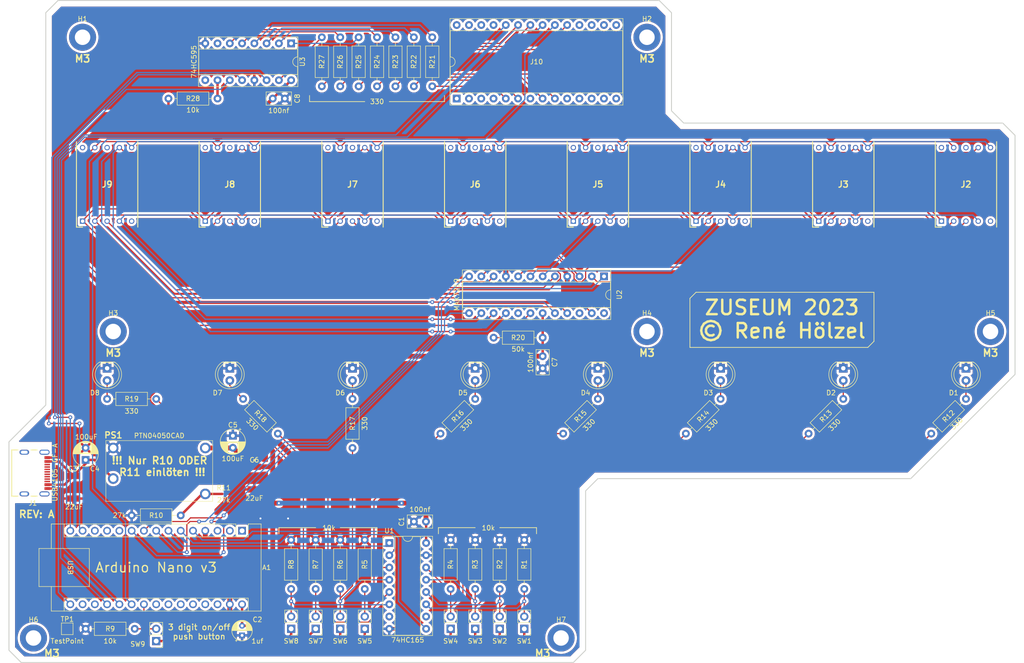
<source format=kicad_pcb>
(kicad_pcb (version 20221018) (generator pcbnew)
  (title_block (title "8bit zu Byte Zähler") (date "2023-09-17") (rev "1.0") (comment 4 "AISLER Project ID: BGHDCYBA"))
  (layers (0 "F.Cu" signal) (31 "B.Cu" signal) (34 "B.Paste" user) (35 "F.Paste" user) (36 "B.SilkS" user "B.Silkscreen") (37 "F.SilkS" user "F.Silkscreen") (38 "B.Mask" user) (39 "F.Mask" user) (44 "Edge.Cuts" user))
  (net 0 "")
  (net 4 "GNDREF")
  (net 5 "Net-(A1-D2)")
  (net 6 "Net-(A1-D3)")
  (net 7 "Net-(A1-D4)")
  (net 8 "Net-(A1-D5)")
  (net 9 "Net-(A1-D6)")
  (net 10 "Net-(A1-D7)")
  (net 11 "Net-(A1-D11)")
  (net 12 "Net-(A1-D12)")
  (net 13 "Net-(A1-D13)")
  (net 16 "Net-(A1-A3)")
  (net 21 "+5V")
  (net 24 "Net-(D1-A)")
  (net 25 "Net-(D2-A)")
  (net 26 "Net-(D3-A)")
  (net 27 "Net-(D4-A)")
  (net 28 "Net-(D5-A)")
  (net 29 "Net-(D6-A)")
  (net 30 "Net-(D7-A)")
  (net 31 "Net-(D8-A)")
  (net 32 "+6V")
  (net 33 "Net-(U1-D0)")
  (net 34 "Net-(U1-D1)")
  (net 35 "Net-(U1-D2)")
  (net 36 "Net-(U1-D3)")
  (net 37 "Net-(U1-D4)")
  (net 38 "Net-(U1-D5)")
  (net 39 "Net-(U1-D6)")
  (net 40 "Net-(U1-D7)")
  (net 41 "Net-(U2-ISET)")
  (net 44 "Net-(U2-DIG_0)")
  (net 45 "Net-(U2-DIG_4)")
  (net 46 "Net-(U2-DIG_6)")
  (net 47 "Net-(U2-DIG_2)")
  (net 48 "Net-(U2-DIG_3)")
  (net 49 "Net-(U2-DIG_7)")
  (net 50 "Net-(U2-DIG_5)")
  (net 51 "Net-(U2-DIG_1)")
  (net 54 "Net-(U2-SEG_E)")
  (net 55 "Net-(U2-SEG_D)")
  (net 56 "Net-(U2-SEG_C)")
  (net 58 "Net-(U2-SEG_B)")
  (net 59 "Net-(U2-SEG_A)")
  (net 61 "Net-(U2-SEG_F)")
  (net 85 "Net-(A1-A0)")
  (net 86 "Net-(A1-A1)")
  (net 87 "Net-(A1-A2)")
  (net 96 "Net-(U3-QE)")
  (net 98 "Net-(U3-QD)")
  (net 99 "Net-(U3-QC)")
  (net 115 "Net-(J10-Pad5)")
  (net 116 "Net-(J10-Pad6)")
  (net 118 "Net-(J10-Pad8)")
  (net 119 "Net-(J10-Pad9)")
  (net 128 "Net-(J10-Pad19)")
  (net 129 "Net-(J10-Pad22)")
  (net 130 "Net-(J10-Pad23)")
  (net 135 "Net-(U3-QG)")
  (net 136 "Net-(U3-QB)")
  (net 137 "Net-(U3-QF)")
  (net 138 "Net-(U3-QA)")
  (net 139 "Net-(U3-~{SRCLR})")
  (footprint "Resistor_THT:R_Axial_DIN0207_L6.3mm_D2.5mm_P10.16mm_Horizontal" (layer "F.Cu") (at 78.74 129.54 180)
    (fp_text reference "R10")
    (fp_text value "27k")
  )
  (footprint "MountingHole:MountingHole_3.2mm_M3_DIN965_Pad" (layer "F.Cu") (at 58.42 30.48)
    (fp_text reference "H1")
    (fp_text value "MountingHole_Pad")
  )
  (footprint "Resistor_THT:R_Axial_DIN0207_L6.3mm_D2.5mm_P10.16mm_Horizontal" (layer "F.Cu") (at 76.2 43.18)
    (fp_text reference "R28")
    (fp_text value "10k")
  )
  (footprint "LED_THT:LED_D5.0mm" (layer "F.Cu") (at 63.5 99.06 -90)
    (fp_text reference "D8")
    (fp_text value "LED")
  )
  (footprint "Connector_PinHeader_2.54mm:PinHeader_1x02_P2.54mm_Vertical" (layer "F.Cu") (at 101.6 153.035 180)
    (fp_text reference "SW8")
    (fp_text value "SW_Push")
  )
  (footprint "Capacitor_THT:CP_Radial_D5.0mm_P2.50mm" (layer "F.Cu") (at 89.535 113.03 -90)
    (fp_text reference "C5")
    (fp_text value "100uF")
  )
  (footprint "Resistor_THT:R_Axial_DIN0207_L6.3mm_D2.5mm_P10.16mm_Horizontal" (layer "F.Cu") (at 123.19 40.64 90)
    (fp_text reference "R23")
    (fp_text value "330" hide)
  )
  (footprint "Resistor_THT:R_Axial_DIN0207_L6.3mm_D2.5mm_P10.16mm_Horizontal" (layer "F.Cu") (at 119.38 40.64 90)
    (fp_text reference "R24")
    (fp_text value "330" hide)
  )
  (footprint "MountingHole:MountingHole_3.2mm_M3_DIN965_Pad" (layer "F.Cu") (at 48.26 154.94)
    (fp_text reference "H6")
    (fp_text value "MountingHole_Pad")
  )
  (footprint "Capacitor_THT:CP_Radial_D5.0mm_P2.50mm" (layer "F.Cu") (at 59.055 118.045113 90)
    (fp_text reference "C4")
    (fp_text value "100uF")
  )
  (footprint "Capacitor_THT:C_Disc_D5.0mm_W2.5mm_P2.50mm" (layer "F.Cu") (at 153.67 96.56 -90)
    (fp_text reference "C7")
    (fp_text value "100nf")
  )
  (footprint "Connector_PinHeader_2.54mm:PinHeader_1x02_P2.54mm_Vertical" (layer "F.Cu") (at 134.62 153.035 180)
    (fp_text reference "SW4")
    (fp_text value "SW_Push")
  )
  (footprint "LED_THT:LED_D5.0mm" (layer "F.Cu") (at 215.9 99.06 -90)
    (fp_text reference "D2")
    (fp_text value "LED")
  )
  (footprint "Resistor_THT:R_Axial_DIN0207_L6.3mm_D2.5mm_P10.16mm_Horizontal" (layer "F.Cu") (at 130.81 40.64 90)
    (fp_text reference "R21")
    (fp_text value "330" hide)
  )
  (footprint "Resistor_THT:R_Axial_DIN0207_L6.3mm_D2.5mm_P10.16mm_Horizontal" (layer "F.Cu") (at 241.3 105.41 -135)
    (fp_text reference "R12")
    (fp_text value "330")
  )
  (footprint "Capacitor_THT:C_Disc_D5.0mm_W2.5mm_P2.50mm" (layer "F.Cu") (at 129.51 130.82 180)
    (fp_text reference "C1")
    (fp_text value "100nf")
  )
  (footprint "SamacSys:DIPS1524W50P254L1270H370Q10N" (layer "F.Cu") (at 160.02 68.58 90)
    (fp_text reference "J5")
    (fp_text value "110-87-610-41-001101" hide)
  )
  (footprint "MountingHole:MountingHole_3.2mm_M3_DIN965_Pad" (layer "F.Cu") (at 175.26 91.44)
    (fp_text reference "H4")
    (fp_text value "MountingHole_Pad")
  )
  (footprint "Resistor_THT:R_Axial_DIN0207_L6.3mm_D2.5mm_P10.16mm_Horizontal" (layer "F.Cu") (at 134.62 134.62 -90)
    (fp_text reference "R4")
    (fp_text value "10k")
  )
  (footprint "MountingHole:MountingHole_3.2mm_M3_DIN965_Pad" (layer "F.Cu") (at 157.48 154.94)
    (fp_text reference "H7")
    (fp_text value "MountingHole_Pad")
  )
  (footprint "LED_THT:LED_D5.0mm" (layer "F.Cu") (at 114.3 99.06 -90)
    (fp_text reference "D6")
    (fp_text value "LED")
  )
  (footprint "SamacSys:DIPS1524W50P254L1270H370Q10N" (layer "F.Cu") (at 210.82 68.58 90)
    (fp_text reference "J3")
    (fp_text value "110-87-610-41-001101" hide)
  )
  (footprint "Connector_PinHeader_2.54mm:PinHeader_1x02_P2.54mm_Vertical" (layer "F.Cu") (at 73.66 155.575 180)
    (fp_text reference "SW9")
    (fp_text value "SW_Push" hide)
  )
  (footprint "SamacSys:DIPS1524W50P254L1270H370Q10N" (layer "F.Cu") (at 236.22 68.58 90)
    (fp_text reference "J2")
    (fp_text value "110-87-610-41-001101" hide)
  )
  (footprint "Package_DIP:DIP-28_W15.24mm_Socket" (layer "F.Cu") (at 135.875 43.185 90)
    (fp_text reference "J10")
    (fp_text value "110-87-628-41-001101")
  )
  (footprint "LED_THT:LED_D5.0mm" (layer "F.Cu") (at 241.3 99.06 -90)
    (fp_text reference "D1")
    (fp_text value "LED")
  )
  (footprint "SamacSys:DIPS1524W50P254L1270H370Q10N" (layer "F.Cu") (at 134.62 68.58 90)
    (fp_text reference "J6")
    (fp_text value "110-87-610-41-001101" hide)
  )
  (footprint "Package_DIP:DIP-16_W7.62mm_Socket" (layer "F.Cu") (at 121.92 135.255)
    (fp_text reference "U1")
    (fp_text value "74HC165")
  )
  (footprint "LED_THT:LED_D5.0mm" (layer "F.Cu") (at 139.7 99.06 -90)
    (fp_text reference "D5")
    (fp_text value "LED")
  )
  (footprint "Resistor_THT:R_Axial_DIN0207_L6.3mm_D2.5mm_P10.16mm_Horizontal" (layer "F.Cu") (at 101.6 134.62 -90)
    (fp_text reference "R8")
    (fp_text value "10k")
  )
  (footprint "Resistor_THT:R_Axial_DIN0207_L6.3mm_D2.5mm_P10.16mm_Horizontal" (layer "F.Cu") (at 107.95 40.64 90)
    (fp_text reference "R27")
    (fp_text value "330" hide)
  )
  (footprint "Resistor_THT:R_Axial_DIN0207_L6.3mm_D2.5mm_P10.16mm_Horizontal" (layer "F.Cu") (at 111.76 40.64 90)
    (fp_text reference "R26")
    (fp_text value "330" hide)
  )
  (footprint "TestPoint:TestPoint_Pad_2.0x2.0mm" (layer "F.Cu") (at 55.245 153.035)
    (fp_text reference "TP1")
    (fp_text value "TestPoint")
  )
  (footprint "Resistor_THT:R_Axial_DIN0207_L6.3mm_D2.5mm_P10.16mm_Horizontal" (layer "F.Cu") (at 165.1 105.41 -135)
    (fp_text reference "R15")
    (fp_text value "330")
  )
  (footprint "SamacSys:DIPS1524W50P254L1270H370Q10N" (layer "F.Cu") (at 185.42 68.58 90)
    (fp_text reference "J4")
    (fp_text value "110-87-610-41-001101" hide)
  )
  (footprint "Connector_PinHeader_2.54mm:PinHeader_1x02_P2.54mm_Vertical" (layer "F.Cu") (at 139.7 153.035 180)
    (fp_text reference "SW3")
    (fp_text value "SW_Push")
  )
  (footprint "Resistor_THT:R_Axial_DIN0207_L6.3mm_D2.5mm_P10.16mm_Horizontal" (layer "F.Cu") (at 91.657898 105.41 -45)
    (fp_text reference "R18")
    (fp_text value "330")
  )
  (footprint "SamacSys:PTN04050CAH" (layer "F.Cu") (at 64.765 115.57)
    (fp_text reference "PS1")
    (fp_text value "PTN04050CAD" hide)
  )
  (footprint "LED_THT:LED_D5.0mm" (layer "F.Cu") (at 88.9 99.06 -90)
    (fp_text reference "D7")
    (fp_text value "LED")
  )
  (footprint "Resistor_THT:R_Axial_DIN0207_L6.3mm_D2.5mm_P10.16mm_Horizontal" (layer "F.Cu") (at 139.7 134.62 -90)
    (fp_text reference "R3")
    (fp_text value "10k")
  )
  (footprint "Package_DIP:DIP-16_W7.62mm_Socket" (layer "F.Cu") (at 101.6 31.75 -90)
    (fp_text reference "U3")
    (fp_text value "74HC595")
  )
  (footprint "Connector_PinHeader_2.54mm:PinHeader_1x02_P2.54mm_Vertical" (layer "F.Cu") (at 116.84 153.035 180)
    (fp_text reference "SW5")
    (fp_text value "SW_Push")
  )
  (footprint "SamacSys:DIPS1524W50P254L1270H370Q10N" (layer "F.Cu") (at 83.82 68.58 90)
    (fp_text reference "J8")
    (fp_text value "110-87-610-41-001101" hide)
  )
  (footprint "Resistor_SMD:R_0201_0603Metric" (layer "F.Cu") (at 87.63 125.095)
    (fp_text reference "R11")
    (fp_text value "27k")
  )
  (footprint "SamacSys:C4532_Commercial" (layer "F.Cu") (at 56.515 123.698 90)
    (fp_text reference "C3")
    (fp_text value "22uF")
  )
  (footprint "Connector_PinHeader_2.54mm:PinHeader_1x02_P2.54mm_Vertical" (layer "F.Cu") (at 149.86 153.035 180)
    (fp_text reference "SW1")
    (fp_text value "SW_Push")
  )
  (footprint "Capacitor_THT:C_Disc_D5.0mm_W2.5mm_P2.50mm" (layer "F.Cu") (at 97.79 43.18)
    (fp_text reference "C8")
    (fp_text value "100nf")
  )
  (footprint "SamacSys:C4532_Commercial" (layer "F.Cu") (at 93.98 121.812 -90)
    (fp_text reference "C6")
    (fp_text value "22uF")
  )
  (footprint "SamacSys:DIPS1524W50P254L1270H370Q10N" (layer "F.Cu") (at 58.42 68.58 90)
    (fp_text reference "J9")
    (fp_text value "110-87-610-41-001101" hide)
  )
  (footprint "LED_THT:LED_D5.0mm" (layer "F.Cu") (at 165.1 99.06 -90)
    (fp_text reference "D4")
    (fp_text value "LED")
  )
  (footprint "MountingHole:MountingHole_3.2mm_M3_DIN965_Pad" (layer "F.Cu") (at 64.77 91.44)
    (fp_text reference "H3")
    (fp_text value "MountingHole_Pad")
  )
  (footprint "Resistor_THT:R_Axial_DIN0207_L6.3mm_D2.5mm_P10.16mm_Horizontal" (layer "F.Cu") (at 111.76 134.62 -90)
    (fp_text reference "R6")
    (fp_text value "10k")
  )
  (footprint "Module:Arduino_Nano" (layer "F.Cu") (at 91.44 132.715 -90)
    (fp_text reference "A1")
    (fp_text value "Arduino Nano v3")
  )
  (footprint "Resistor_THT:R_Axial_DIN0207_L6.3mm_D2.5mm_P10.16mm_Horizontal" (layer "F.Cu") (at 144.78 134.62 -90)
    (fp_text reference "R2")
    (fp_text value "10k")
  )
  (footprint "Resistor_THT:R_Axial_DIN0207_L6.3mm_D2.5mm_P10.16mm_Horizontal" (layer "F.Cu") (at 115.57 40.64 90)
    (fp_text reference "R25")
    (fp_text value "330" hide)
  )
  (footprint "Connector_PinHeader_2.54mm:PinHeader_1x02_P2.54mm_Vertical" (layer "F.Cu") (at 144.78 153.035 180)
    (fp_text reference "SW2")
    (fp_text value "SW_Push")
  )
  (footprint "Resistor_THT:R_Axial_DIN0207_L6.3mm_D2.5mm_P10.16mm_Horizontal" (layer "F.Cu") (at 59.055 153.035)
    (fp_text reference "R9")
    (fp_text value "10k")
  )
  (footprint "Resistor_THT:R_Axial_DIN0207_L6.3mm_D2.5mm_P10.16mm_Horizontal" (layer "F.Cu") (at 143.515 92.72)
    (fp_text reference "R20")
    (fp_text value "50k")
  )
  (footprint "Resistor_THT:R_Axial_DIN0207_L6.3mm_D2.5mm_P10.16mm_Horizontal" (layer "F.Cu") (at 190.5 105.41 -135)
    (fp_text reference "R14")
    (fp_text value "330")
  )
  (footprint "Capacitor_THT:CP_Radial_D4.0mm_P2.00mm" (layer "F.Cu") (at 91.44 154.4 90)
    (fp_text reference "C2")
    (fp_text value "1uf")
  )
  (footprint "Resistor_THT:R_Axial_DIN0207_L6.3mm_D2.5mm_P10.16mm_Horizontal" (layer "F.Cu") (at 106.68 134.62 -90)
    (fp_text reference "R7")
    (fp_text value "10k")
  )
  (footprint "Connector_PinHeader_2.54mm:PinHeader_1x02_P2.54mm_Vertical" (layer "F.Cu") (at 106.68 153.035 180)
    (fp_text reference "SW7")
    (fp_text value "SW_Push")
  )
  (footprint "Resistor_THT:R_Axial_DIN0207_L6.3mm_D2.5mm_P10.16mm_Horizontal" (layer "F.Cu") (at 63.5 105.41)
    (fp_text reference "R19")
    (fp_text value "330")
  )
  (footprint "Resistor_THT:R_Axial_DIN0207_L6.3mm_D2.5mm_P10.16mm_Horizontal" (layer "F.Cu") (at 215.9 105.41 -135)
    (fp_text reference "R13")
    (fp_text value "330")
  )
  (footprint "SamacSys:GCT_USB4105-GF-A" (layer "F.Cu") (at 46.355 120.7655 -90)
    (fp_text reference "J1")
    (fp_text value "USB4105-GF-A")
  )
  (footprint "Resistor_THT:R_Axial_DIN0207_L6.3mm_D2.5mm_P10.16mm_Horizontal" (layer "F.Cu") (at 114.3 105.41 -90)
    (fp_text reference "R17")
    (fp_text value "330")
  )
  (footprint "MountingHole:MountingHole_3.2mm_M3_DIN965_Pad" (layer "F.Cu") (at 175.26 30.48)
    (fp_text reference "H2")
    (fp_text value "MountingHole_Pad")
  )
  (footprint "Connector_PinHeader_2.54mm:PinHeader_1x02_P2.54mm_Vertical" (layer "F.Cu") (at 111.76 153.035 180)
    (fp_text reference "SW6")
    (fp_text value "SW_Push")
  )
  (footprint "Resistor_THT:R_Axial_DIN0207_L6.3mm_D2.5mm_P10.16mm_Horizontal" (layer "F.Cu") (at 149.86 134.62 -90)
    (fp_text reference "R1")
    (fp_text value "10k")
  )
  (footprint "Resistor_THT:R_Axial_DIN0207_L6.3mm_D2.5mm_P10.16mm_Horizontal" (layer "F.Cu") (at 116.84 134.62 -90)
    (fp_text reference "R5")
    (fp_text value "10k")
  )
  (footprint "MountingHole:MountingHole_3.2mm_M3_DIN965_Pad" (layer "F.Cu") (at 246.38 91.44)
    (fp_text reference "H5")
    (fp_text value "MountingHole_Pad")
  )
  (footprint "Package_DIP:DIP-24_W7.62mm_Socket" (layer "F.Cu") (at 166.375 80.02 -90)
    (fp_text reference "U2")
    (fp_text value "MAX7219")
  )
  (footprint "Resistor_THT:R_Axial_DIN0207_L6.3mm_D2.5mm_P10.16mm_Horizontal" (layer "F.Cu") (at 127 40.64 90)
    (fp_text reference "R22")
    (fp_text value "330" hide)
  )
  (footprint "LED_THT:LED_D5.0mm" (layer "F.Cu") (at 190.5 99.06 -90)
    (fp_text reference "D3")
    (fp_text value "LED")
  )
  (footprint "SamacSys:DIPS1524W50P254L1270H370Q10N" (layer "F.Cu") (at 109.22 68.58 90)
    (fp_text reference "J7")
    (fp_text value "110-87-610-41-001101" hide)
  )
  (footprint "Resistor_THT:R_Axial_DIN0207_L6.3mm_D2.5mm_P10.16mm_Horizontal" (layer "F.Cu") (at 139.7 105.41 -135)
    (fp_text reference "R16")
    (fp_text value "330")
  )
  (gr_line (start 121.92 43.815) (end 133.35 43.815) (stroke (width 0.15)) (layer "F.SilkS"))
  (gr_line (start 106.68 132.08) (end 99.06 132.08) (stroke (width 0.15)) (layer "F.SilkS"))
  (gr_line (start 139.7 132.08) (end 132.08 132.08) (stroke (width 0.15)) (layer "F.SilkS"))
  (gr_line (start 119.38 132.08) (end 111.76 132.08) (stroke (width 0.15)) (layer "F.SilkS"))
  (gr_line (start 152.4 133.35) (end 152.4 132.08) (stroke (width 0.15)) (layer "F.SilkS"))
  (gr_line (start 99.06 132.08) (end 99.06 133.35) (stroke (width 0.15)) (layer "F.SilkS"))
  (gr_line (start 119.38 133.35) (end 119.38 132.08) (stroke (width 0.15)) (layer "F.SilkS"))
  (gr_line locked (start 184.15 84.582) (end 185.42 83.312) (stroke (width 0.15)) (layer "F.SilkS"))
  (gr_line (start 105.41 43.815) (end 105.41 42.545) (stroke (width 0.15)) (layer "F.SilkS"))
  (gr_line locked (start 220.98 94.742) (end 184.15 94.742) (stroke (width 0.15)) (layer "F.SilkS"))
  (gr_line (start 132.08 132.08) (end 132.08 133.35) (stroke (width 0.15)) (layer "F.SilkS"))
  (gr_line locked (start 222.25 83.312) (end 222.25 93.472) (stroke (width 0.15)) (layer "F.SilkS"))
  (gr_line (start 133.35 43.815) (end 133.35 42.545) (stroke (width 0.15)) (layer "F.SilkS"))
  (gr_line locked (start 222.25 93.472) (end 220.98 94.742) (stroke (width 0.15)) (layer "F.SilkS"))
  (gr_line locked (start 185.42 83.312) (end 222.25 83.312) (stroke (width 0.15)) (layer "F.SilkS"))
  (gr_line (start 116.84 43.815) (end 105.41 43.815) (stroke (width 0.15)) (layer "F.SilkS"))
  (gr_line locked (start 184.15 94.742) (end 184.15 84.582) (stroke (width 0.15)) (layer "F.SilkS"))
  (gr_line (start 144.78 132.08) (end 152.4 132.08) (stroke (width 0.15)) (layer "F.SilkS"))
  (gr_poly (pts (xy 160.02 160.02) (xy 45.72 160.02) (xy 43.18 157.48) (xy 43.18 114.3) (xy 50.8 106.68) (xy 50.8 25.4) (xy 53.34 22.86) (xy 177.8 22.86) (xy 180.34 25.4) (xy 180.34 45.72) (xy 182.88 48.26) (xy 248.92 48.26) (xy 251.46 50.8) (xy 251.46 100.33) (xy 229.87 121.92) (xy 165.1 121.92) (xy 162.56 124.46) (xy 162.56 157.48)) (stroke (width 0.2)) (fill none) (layer "Edge.Cuts"))
  (gr_text "M3" (at 175.26 34.925) (layer "F.SilkS") (effects (font (size 1.5 1.5) (thickness 0.3) bold)))
  (gr_text "M3" (at 58.42 34.925) (layer "F.SilkS") (effects (font (size 1.5 1.5) (thickness 0.3) bold)))
  (gr_text "330" (at 119.38 43.815) (layer "F.SilkS") (effects (font (size 1 1))))
  (gr_text "M3" (at 153.67 158.115) (layer "F.SilkS") (effects (font (size 1.5 1.5) (thickness 0.3) bold)))
  (gr_text "10k" (at 140.97 132.715) (layer "F.SilkS") (effects (font (size 1 1)) (justify left bottom)))
  (gr_text "!!! Nur R10 ODER \nR11 einlöten !!!" (at 74.93 119.38) (layer "F.SilkS") (effects (font (size 1.5 1.5) (thickness 0.3) bold)))
  (gr_text "10k" (at 107.95 132.715) (layer "F.SilkS") (effects (font (size 1 1)) (justify left bottom)))
  (gr_text locked "ZUSEUM 2023\n© René Hölzel" (at 203.2 88.9) (layer "F.SilkS") (effects (font (size 3 3) (thickness 0.5))))
  (gr_text "3 digit on/off\npush button" (at 82.55 153.67) (layer "F.SilkS") (effects (font (size 1.2 1.2) (thickness 0.2) bold)))
  (gr_text "M3" (at 64.77 95.885) (layer "F.SilkS") (effects (font (size 1.5 1.5) (thickness 0.3) bold)))
  (gr_text "M3" (at 52.07 158.115) (layer "F.SilkS") (effects (font (size 1.5 1.5) (thickness 0.3) bold)))
  (gr_text "REV: A" (at 45.085 130.175) (layer "F.SilkS") (effects (font (size 1.5 1.5) (thickness 0.3) bold) (justify left bottom)))
  (gr_text "PTN04050CAD" (at 74.295 113.03) (layer "F.SilkS") (effects (font (size 1 1))))
  (gr_text "M3" (at 175.26 95.885) (layer "F.SilkS") (effects (font (size 1.5 1.5) (thickness 0.3) bold)))
  (gr_text "M3" (at 246.38 95.885) (layer "F.SilkS") (effects (font (size 1.5 1.5) (thickness 0.3) bold)))
  (segment (start 88.9 147.955) (end 88.9 149.86) (width 1) (layer "F.Cu") (net 4))
  (segment (start 83.82 132.715) (end 83.82 134.62) (width 1) (layer "F.Cu") (net 4))
  (segment (start 121.92 153.035) (end 123.825 153.035) (width 0.75) (layer "F.Cu") (net 4))
  (segment (start 158.755 80.02) (end 158.755 81.91) (width 1) (layer "F.Cu") (net 4))
  (segment (start 88.9 147.955) (end 88.9 146.05) (width 1) (layer "F.Cu") (net 4))
  (segment (start 146.05 78.232) (end 146.055 78.227) (width 1) (layer "F.Cu") (net 4))
  (segment (start 51.11 123.9655) (end 53.975 123.9655) (width 0.5) (layer "F.Cu") (net 4))
  (segment (start 146.055 80.02) (end 146.055 78.237) (width 1) (layer "F.Cu") (net 4))
  (segment (start 93.98 39.37) (end 93.98 37.465) (width 0.5) (layer "F.Cu") (net 4))
  (segment (start 51.11 117.5655) (end 53.8845 117.5655) (width 0.5) (layer "F.Cu") (net 4))
  (segment (start 83.83 125.095) (end 83.825 125.09) (width 0.5) (layer "F.Cu") (net 4))
  (segment (start 93.98 39.37) (end 93.98 41.275) (width 0.5) (layer "F.Cu") (net 4))
  (segment (start 146.055 78.227) (end 146.055 78.11) (width 1) (layer "F.Cu") (net 4))
  (segment (start 78.74 129.54) (end 83.19 125.09) (width 0.5) (layer "F.Cu") (net 4))
  (segment (start 87.31 125.095) (end 83.83 125.095) (width 0.5) (layer "F.Cu") (net 4))
  (segment (start 158.755 79.507) (end 157.988 78.74) (width 0.75) (layer "F.Cu") (net 4))
  (segment (start 83.19 125.09) (end 83.825 125.09) (width 0.5) (layer "F.Cu") (net 4))
  (segment (start 146.055 78.237) (end 146.05 78.232) (width 1) (layer "F.Cu") (net 4))
  (via (at 95.25 130.175) (size 0.8) (drill 0.4) (layers "F.Cu" "B.Cu") (net 4))
  (via (at 100.965 130.175) (size 0.8) (drill 0.4) (layers "F.Cu" "B.Cu") (net 4))
  (segment (start 91.785 134.62) (end 83.185 134.62) (width 0.25) (layer "B.Cu") (net 5))
  (segment (start 93.545 132.86) (end 91.785 134.62) (width 0.25) (layer "B.Cu") (net 5))
  (segment (start 122.411396 132.86) (end 93.545 132.86) (width 0.25) (layer "B.Cu") (net 5))
  (segment (start 83.185 134.62) (end 81.28 132.715) (width 0.25) (layer "B.Cu") (net 5))
  (segment (start 123.825 147.319999) (end 123.825 134.273604) (width 0.25) (layer "B.Cu") (net 5))
  (segment (start 123.825 134.273604) (end 122.411396 132.86) (width 0.25) (layer "B.Cu") (net 5))
  (segment (start 129.54 153.035) (end 123.825 147.319999) (width 0.25) (layer "B.Cu") (net 5))
  (segment (start 99.374009 135.255) (end 101.134009 133.495) (width 0.25) (layer "B.Cu") (net 6))
  (segment (start 123.045 134.13) (end 123.045 136.67) (width 0.25) (layer "B.Cu") (net 6))
  (segment (start 81.28 135.255) (end 99.374009 135.255) (width 0.25) (layer "B.Cu") (net 6))
  (segment (start 78.74 132.715) (end 81.28 135.255) (width 0.25) (layer "B.Cu") (net 6))
  (segment (start 101.134009 133.495) (end 122.41 133.495) (width 0.25) (layer "B.Cu") (net 6))
  (segment (start 122.41 133.495) (end 123.045 134.13) (width 0.25) (layer "B.Cu") (net 6))
  (segment (start 123.045 136.67) (end 121.92 137.795) (width 0.25) (layer "B.Cu") (net 6))
  (segment (start 79.375 135.89) (end 76.2 132.715) (width 0.25) (layer "B.Cu") (net 7))
  (segment (start 121.285 135.89) (end 79.375 135.89) (width 0.25) (layer "B.Cu") (net 7))
  (segment (start 121.92 135.255) (end 121.285 135.89) (width 0.25) (layer "B.Cu") (net 7))
  (segment (start 80.01 131.445) (end 80.01 137.16) (width 0.25) (layer "F.Cu") (net 8))
  (segment (start 82.55 130.81) (end 80.645 130.81) (width 0.25) (layer "F.Cu") (net 8))
  (segment (start 80.645 130.81) (end 80.01 131.445) (width 0.25) (layer "F.Cu") (net 8))
  (via (at 82.55 130.81) (size 0.8) (drill 0.4) (layers "F.Cu" "B.Cu") (net 8))
  (via (at 80.01 137.16) (size 0.8) (drill 0.4) (layers "F.Cu" "B.Cu") (net 8))
  (segment (start 137.716149 80.02) (end 138.435 80.02) (width 0.25) (layer "B.Cu") (net 8))
  (segment (start 82.55 130.81) (end 83.82 130.81) (width 0.25) (layer "B.Cu") (net 8))
  (segment (start 83.82 130.81) (end 100.33 114.3) (width 0.25) (layer "B.Cu") (net 8))
  (segment (start 80.01 137.16) (end 78.105 137.16) (width 0.25) (layer "B.Cu") (net 8))
  (segment (start 78.105 137.16) (end 73.66 132.715) (width 0.25) (layer "B.Cu") (net 8))
  (segment (start 100.33 114.3) (end 109.22 114.3) (width 0.25) (layer "B.Cu") (net 8))
  (segment (start 132.08 85.656149) (end 137.716149 80.02) (width 0.25) (layer "B.Cu") (net 8))
  (segment (start 109.22 114.3) (end 132.08 91.44) (width 0.25) (layer "B.Cu") (net 8))
  (segment (start 132.08 91.44) (end 132.08 85.656149) (width 0.25) (layer "B.Cu") (net 8))
  (segment (start 73.025 130.81) (end 71.12 132.715) (width 0.25) (layer "F.Cu") (net 9))
  (segment (start 80.770604 130.048) (end 80.008604 130.81) (width 0.25) (layer "F.Cu") (net 9))
  (segment (start 87.63 129.54) (end 87.122 130.048) (width 0.25) (layer "F.Cu") (net 9))
  (segment (start 87.122 130.048) (end 80.770604 130.048) (width 0.25) (layer "F.Cu") (net 9))
  (segment (start 80.008604 130.81) (end 73.025 130.81) (width 0.25) (layer "F.Cu") (net 9))
  (via (at 87.63 129.54) (size 0.8) (drill 0.4) (layers "F.Cu" "B.Cu") (net 9))
  (segment (start 133.35 91.442792) (end 133.35 88.9) (width 0.25) (layer "B.Cu") (net 9))
  (segment (start 109.222792 115.57) (end 133.35 91.442792) (width 0.25) (layer "B.Cu") (net 9))
  (segment (start 133.35 88.9) (end 134.61 87.64) (width 0.25) (layer "B.Cu") (net 9))
  (segment (start 101.6 115.57) (end 109.222792 115.57) (width 0.25) (layer "B.Cu") (net 9))
  (segment (start 134.61 87.64) (end 138.435 87.64) (width 0.25) (layer "B.Cu") (net 9))
  (segment (start 87.63 129.54) (end 101.6 115.57) (width 0.25) (layer "B.Cu") (net 9))
  (segment (start 87.63 131.445) (end 87.63 137.16) (width 0.25) (layer "F.Cu") (net 10))
  (segment (start 86.995 130.81) (end 87.63 131.445) (width 0.25) (layer "F.Cu") (net 10))
  (segment (start 85.09 130.81) (end 86.995 130.81) (width 0.25) (layer "F.Cu") (net 10))
  (via (at 85.09 130.81) (size 0.8) (drill 0.4) (layers "F.Cu" "B.Cu") (net 10))
  (via (at 87.63 137.16) (size 0.8) (drill 0.4) (layers "F.Cu" "B.Cu") (net 10))
  (segment (start 109.221396 114.935) (end 132.715 91.441396) (width 0.25) (layer "B.Cu") (net 10))
  (segment (start 163.845 82.55) (end 166.375 80.02) (width 0.25) (layer "B.Cu") (net 10))
  (segment (start 85.09 130.81) (end 100.965 114.935) (width 0.25) (layer "B.Cu") (net 10))
  (segment (start 132.715 86.223695) (end 136.388695 82.55) (width 0.25) (layer "B.Cu") (net 10))
  (segment (start 132.715 91.441396) (end 132.715 86.223695) (width 0.25) (layer "B.Cu") (net 10))
  (segment (start 136.388695 82.55) (end 163.845 82.55) (width 0.25) (layer "B.Cu") (net 10))
  (segment (start 87.63 137.16) (end 86.905 137.885) (width 0.25) (layer "B.Cu") (net 10))
  (segment (start 86.905 137.885) (end 73.75 137.885) (width 0.25) (layer "B.Cu") (net 10))
  (segment (start 73.75 137.885) (end 68.58 132.715) (width 0.25) (layer "B.Cu") (net 10))
  (segment (start 100.965 114.935) (end 109.221396 114.935) (width 0.25) (layer "B.Cu") (net 10))
  (segment (start 51.435 110.49) (end 57.785 110.49) (width 0.25) (layer "F.Cu") (net 11))
  (via (at 51.435 110.49) (size 0.8) (drill 0.4) (layers "F.Cu" "B.Cu") (net 11))
  (via (at 57.785 110.49) (size 0.8) (drill 0.4) (layers "F.Cu" "B.Cu") (net 11))
  (segment (start 96.52 39.37) (end 94.945 37.795) (width 0.25) (layer "B.Cu") (net 11))
  (segment (start 52.07 55.37) (end 52.07 108.585) (width 0.25) (layer "B.Cu") (net 11))
  (segment (start 51.435 109.22) (end 51.435 110.49) (width 0.25) (layer "B.Cu") (net 11))
  (segment (start 57.785 110.49) (end 57.785 132.08) (width 0.25) (layer "B.Cu") (net 11))
  (segment (start 69.645 37.795) (end 52.07 55.37) (width 0.25) (layer "B.Cu") (net 11))
  (segment (start 94.945 37.795) (end 69.645 37.795) (width 0.25) (layer "B.Cu") (net 11))
  (segment (start 52.07 108.585) (end 51.435 109.22) (width 0.25) (layer "B.Cu") (net 11))
  (segment (start 57.785 132.08) (end 58.42 132.715) (width 0.25) (layer "B.Cu") (net 11))
  (segment (start 52.705 109.22) (end 55.88 109.22) (width 0.25) (layer "F.Cu") (net 12))
  (via (at 52.705 109.22) (size 0.8) (drill 0.4) (layers "F.Cu" "B.Cu") (net 12))
  (via (at 55.88 109.22) (size 0.8) (drill 0.4) (layers "F.Cu" "B.Cu") (net 12))
  (segment (start 69.892321 38.245) (end 52.705 55.432321) (width 0.25) (layer "B.Cu") (net 12))
  (segment (start 90.315 38.245) (end 69.892321 38.245) (width 0.25) (layer "B.Cu") (net 12))
  (segment (start 55.88 132.715) (end 55.88 109.22) (width 0.25) (layer "B.Cu") (net 12))
  (segment (start 52.705 55.432321) (end 52.705 109.22) (width 0.25) (layer "B.Cu") (net 12))
  (segment (start 91.44 39.37) (end 90.315 38.245) (width 0.25) (layer "B.Cu") (net 12))
  (segment (start 53.155 55.618717) (end 67.498717 41.275) (width 0.25) (layer "B.Cu") (net 13))
  (segment (start 53.43 145.505) (end 53.43 108.919695) (width 0.25) (layer "B.Cu") (net 13))
  (segment (start 67.498717 41.275) (end 86.995 41.275) (width 0.25) (layer "B.Cu") (net 13))
  (segment (start 53.43 108.919695) (end 53.155 108.644695) (width 0.25) (layer "B.Cu") (net 13))
  (segment (start 55.88 147.955) (end 53.43 145.505) (width 0.25) (layer "B.Cu") (net 13))
  (segment (start 53.155 108.644695) (end 53.155 55.618717) (width 0.25) (layer "B.Cu") (net 13))
  (segment (start 86.995 41.275) (end 88.9 39.37) (width 0.25) (layer "B.Cu") (net 13))
  (segment (start 72.39 153.035) (end 71.12 151.765) (width 0.25) (layer "F.Cu") (net 16))
  (segment (start 73.66 153.035) (end 69.215 153.035) (width 0.25) (layer "F.Cu") (net 16))
  (segment (start 71.12 151.765) (end 71.12 147.955) (width 0.25) (layer "F.Cu") (net 16))
  (segment (start 56.515 121.348) (end 59.055 118.808) (width 0.5) (layer "F.Cu") (net 21))
  (segment (start 59.055 118.045113) (end 60.900113 118.045113) (width 0.5) (layer "F.Cu") (net 21))
  (segment (start 59.055 118.808) (end 59.055 118.045113) (width 0.5) (layer "F.Cu") (net 21))
  (segment (start 53.5325 118.3655) (end 56.515 121.348) (width 0.5) (layer "F.Cu") (net 21))
  (segment (start 51.11 123.1655) (end 54.6975 123.1655) (width 0.5) (layer "F.Cu") (net 21))
  (segment (start 64.755 121.9) (end 64.765 121.91) (width 0.75) (layer "F.Cu") (net 21))
  (segment (start 51.11 118.3655) (end 53.5325 118.3655) (width 0.5) (layer "F.Cu") (net 21))
  (segment (start 54.6975 123.1655) (end 56.515 121.348) (width 0.5) (layer "F.Cu") (net 21))
  (segment (start 60.900113 118.045113) (end 64.765 121.91) (width 0.5) (layer "F.Cu") (net 21))
  (segment (start 241.3 101.6) (end 241.3 105.41) (width 0.25) (layer "F.Cu") (net 24))
  (segment (start 215.9 101.6) (end 215.9 105.41) (width 0.25) (layer "F.Cu") (net 25))
  (segment (start 190.5 101.6) (end 190.5 105.41) (width 0.25) (layer "F.Cu") (net 26))
  (segment (start 165.1 101.6) (end 165.1 105.41) (width 0.25) (layer "F.Cu") (net 27))
  (segment (start 139.7 101.6) (end 139.7 105.41) (width 0.25) (layer "F.Cu") (net 28))
  (segment (start 114.3 101.6) (end 114.3 105.41) (width 0.25) (layer "F.Cu") (net 29))
  (segment (start 88.9 102.652102) (end 91.657898 105.41) (width 0.25) (layer "F.Cu") (net 30))
  (segment (start 88.9 101.6) (end 88.9 102.652102) (width 0.25) (layer "F.Cu") (net 30))
  (segment (start 63.5 101.6) (end 63.5 105.41) (width 0.25) (layer "F.Cu") (net 31))
  (segment (start 111.76 154.94) (end 109.855 156.845) (width 0.5) (layer "F.Cu") (net 32))
  (segment (start 90.191 108.585) (end 74.713679 108.585) (width 1) (layer "F.Cu") (net 32))
  (segment (start 134.62 153.035) (end 134.62 154.94) (width 0.5) (layer "F.Cu") (net 32))
  (segment (start 139.7 154.94) (end 137.795 156.845) (width 0.5) (layer "F.Cu") (net 32))
  (segment (start 95.25 113.665) (end 92.731 111.146) (width 1) (layer "F.Cu") (net 32))
  (segment (start 100.6475 156.5375) (end 100.6475 156.5275) (width 0.25) (layer "F.Cu") (net 32))
  (segment (start 76.2 46.355) (end 76.2 43.18) (width 0.5) (layer "F.Cu") (net 32))
  (segment (start 93.467 119.462) (end 93.98 119.462) (width 0.25) (layer "F.Cu") (net 32))
  (segment (start 153.675 92.72) (end 153.675 87.64) (width 0.5) (layer "F.Cu") (net 32))
  (segment (start 76.835 156.845) (end 75.565 155.575) (width 0.5) (layer "F.Cu") (net 32))
  (segment (start 56.47 52.75) (end 62.865 46.355) (width 0.75) (layer "F.Cu") (net 32))
  (segment (start 129.51 128.24) (end 129.51 130.82) (width 1) (layer "F.Cu") (net 32))
  (segment (start 72.16 104.788679) (end 80.38868 96.56) (width 1) (layer "F.Cu") (net 32))
  (segment (start 94.615 46.355) (end 97.79 43.18) (width 0.75) (layer "F.Cu") (net 32))
  (segment (start 100.6475 156.5275) (end 99.3775 155.2575) (width 1) (layer "F.Cu") (net 32))
  (segment (start 100.6475 155.2575) (end 99.3775 155.2575) (width 0.5) (layer "F.Cu") (net 32))
  (segment (start 92.731 111.125) (end 90.191 108.585) (width 1) (layer "F.Cu") (net 32))
  (segment (start 100.96 156.85) (end 100.6475 156.5375) (width 0.25) (layer "F.Cu") (net 32))
  (segment (start 91.44 147.955) (end 91.44 152.4) (width 0.5) (layer "F.Cu") (net 32))
  (segment (start 97.79 43.18) (end 101.6 39.37) (width 0.5) (layer "F.Cu") (net 32))
  (segment (start 75.565 155.575) (end 73.66 155.575) (width 0.5) (layer "F.Cu") (net 32))
  (segment (start 83.825 115.57) (end 89.495 115.57) (width 1) (layer "F.Cu") (net 32))
  (segment (start 97.79 116.205) (end 97.79 119.38) (width 1) (layer "F.Cu") (net 32))
  (segment (start 89.495 115.57) (end 89.535 115.53) (width 0.25) (layer "F.Cu") (net 32))
  (segment (start 80.38868 96.56) (end 153.67 96.56) (width 1) (layer "F.Cu") (net 32))
  (segment (start 111.76 153.035) (end 111.76 154.94) (width 0.5) (layer "F.Cu") (net 32))
  (segment (start 149.86 153.035) (end 149.86 154.94) (width 0.5) (layer "F.Cu") (net 32))
  (segment (start 128.27 127) (end 129.51 128.24) (width 1) (layer "F.Cu") (net 32))
  (segment (start 89.535 115.53) (end 93.467 119.462) (width 1) (layer "F.Cu") (net 32))
  (segment (start 129.54 130.85) (end 129.51 130.82) (width 0.25) (layer "F.Cu") (net 32))
  (segment (start 97.79 127) (end 97.79 152.4) (width 1) (layer "F.Cu") (net 32))
  (segment (start 129.54 135.255) (end 129.54 130.85) (width 0.5) (layer "F.Cu") (net 32))
  (segment (start 101.6 153.035) (end 101.6 154.305) (width 0.5) (layer "F.Cu") (net 32))
  (segment (start 78.31434 97.99934) (end 56.47 76.155) (width 0.75) (layer "F.Cu") (net 32))
  (segment (start 62.865 46.355) (end 76.2 46.355) (width 0.75) (layer "F.Cu") (net 32))
  (segment (start 101.6 154.305) (end 100.6475 155.2575) (width 0.5) (layer "F.Cu") (net 32))
  (segment (start 153.67 96.56) (end 153.67 92.725) (width 0.5) (layer "F.Cu") (net 32))
  (segment (start 116.84 154.94) (end 114.935 156.845) (width 0.5) (layer "F.Cu") (net 32))
  (segment (start 124.46 127) (end 128.27 127) (width 1) (layer "F.Cu") (net 32))
  (segment (start 74.713679 108.585) (end 72.16 106.031321) (width 1) (layer "F.Cu") (net 32))
  (segment (start 139.7 153.035) (end 139.7 154.94) (width 0.5) (layer "F.Cu") (net 32))
  (segment (start 144.78 154.94) (end 142.875 156.845) (width 0.5) (layer "F.Cu") (net 32))
  (segment (start 100.965 156.845) (end 100.6475 156.5275) (width 1) (layer "F.Cu") (net 32))
  (segment (start 97.79 127) (end 99.06 127) (width 1) (layer "F.Cu") (net 32))
  (segment (start 56.47 76.155) (end 56.47 52.75) (width 0.75) (layer "F.Cu") (net 32))
  (segment (start 93.98 119.462) (end 97.708 119.462) (width 1) (layer "F.Cu") (net 32))
  (segment (start 116.84 153.035) (end 116.84 154.94) (width 0.5) (layer "F.Cu") (net 32))
  (segment (start 72.16 106.031321) (end 72.16 104.788679) (width 1) (layer "F.Cu") (net 32))
  (segment (start 134.62 154.94) (end 132.715 156.845) (width 0.5) (layer "F.Cu") (net 32))
  (segment (start 99.3775 155.2575) (end 97.79 153.67) (width 1) (layer "F.Cu") (net 32))
  (segment (start 97.79 153.67) (end 97.79 152.4) (width 1) (layer "F.Cu") (net 32))
  (segment (start 92.731 111.146) (end 92.731 111.125) (width 1) (layer "F.Cu") (net 32))
  (segment (start 100.965 156.845) (end 76.835 156.845) (width 0.5) (layer "F.Cu") (net 32))
  (segment (start 97.79 119.38) (end 97.79 127) (width 1) (layer "F.Cu") (net 32))
  (segment (start 106.68 153.035) (end 102.87 156.845) (width 0.5) (layer "F.Cu") (net 32))
  (segment (start 95.25 113.665) (end 96.52 114.935) (width 1) (layer "F.Cu") (net 32))
  (segment (start 147.32 156.845) (end 100.965 156.845) (width 1) (layer "F.Cu") (net 32))
  (segment (start 153.67 92.725) (end 153.675 92.72) (width 0.25) (layer "F.Cu") (net 32))
  (segment (start 97.79 152.4) (end 91.44 152.4) (width 0.5) (layer "F.Cu") (net 32))
  (segment (start 96.52 114.935) (end 97.79 116.205) (width 1) (layer "F.Cu") (net 32))
  (segment (start 76.2 46.355) (end 94.615 46.355) (width 0.75) (layer "F.Cu") (net 32))
  (segment (start 147.955 156.845) (end 147.32 156.845) (width 0.5) (layer "F.Cu") (net 32))
  (segment (start 149.86 154.94) (end 147.955 156.845) (width 0.5) (layer "F.Cu") (net 32))
  (segment (start 144.78 153.035) (end 144.78 154.94) (width 0.5) (layer "F.Cu") (net 32))
  (via (at 99.06 127) (size 1) (drill 0.4) (layers "F.Cu" "B.Cu") (net 32))
  (via (at 124.46 127) (size 1) (drill 0.4) (layers "F.Cu" "B.Cu") (net 32))
  (segment (start 99.06 127) (end 124.46 127) (width 1) (layer "B.Cu") (net 32))
  (segment (start 149.86 147.32) (end 149.86 148.59) (width 0.25) (layer "F.Cu") (net 33))
  (segment (start 152.4 146.05) (end 149.86 148.59) (width 0.25) (layer "F.Cu") (net 33))
  (segment (start 227.33 119.38) (end 156.21 119.38) (width 0.25) (layer "F.Cu") (net 33))
  (segment (start 149.86 145.415) (end 149.86 147.32) (width 0.25) (layer "F.Cu") (net 33))
  (segment (start 156.21 119.38) (end 152.4 123.19) (width 0.25) (layer "F.Cu") (net 33))
  (segment (start 234.115795 112.594205) (end 227.33 119.38) (width 0.25) (layer "F.Cu") (net 33))
  (segment (start 152.4 123.19) (end 152.4 146.05) (width 0.25) (layer "F.Cu") (net 33))
  (segment (start 149.86 148.59) (end 149.86 150.495) (width 0.25) (layer "F.Cu") (net 33))
  (via (at 149.86 147.32) (size 0.8) (drill 0.4) (layers "F.Cu" "B.Cu") (net 33))
  (segment (start 149.86 147.32) (end 148.425001 148.754999) (width 0.25) (layer "B.Cu") (net 33))
  (segment (start 148.425001 148.754999) (end 130.339999 148.754999) (width 0.25) (layer "B.Cu") (net 33))
  (segment (start 130.339999 148.754999) (end 129.54 147.955) (width 0.25) (layer "B.Cu") (net 33))
  (segment (start 144.78 148.59) (end 144.78 150.495) (width 0.25) (layer "F.Cu") (net 34))
  (segment (start 147.32 146.05) (end 144.78 148.59) (width 0.25) (layer "F.Cu") (net 34))
  (segment (start 144.78 145.415) (end 144.78 147.32) (width 0.25) (layer "F.Cu") (net 34))
  (segment (start 144.78 147.32) (end 144.78 148.59) (width 0.25) (layer "F.Cu") (net 34))
  (segment (start 154.94 117.475) (end 147.32 125.095) (width 0.25) (layer "F.Cu") (net 34))
  (segment (start 147.32 125.095) (end 147.32 146.05) (width 0.25) (layer "F.Cu") (net 34))
  (segment (start 203.835 117.475) (end 154.94 117.475) (width 0.25) (layer "F.Cu") (net 34))
  (segment (start 208.715795 112.594205) (end 203.835 117.475) (width 0.25) (layer "F.Cu") (net 34))
  (via (at 144.78 147.32) (size 0.8) (drill 0.4) (layers "F.Cu" "B.Cu") (net 34))
  (segment (start 144.78 147.32) (end 144.055 148.045) (width 0.25) (layer "B.Cu") (net 34))
  (segment (start 144.055 148.045) (end 132.17 148.045) (width 0.25) (layer "B.Cu") (net 34))
  (segment (start 132.17 148.045) (end 129.54 145.415) (width 0.25) (layer "B.Cu") (net 34))
  (segment (start 142.24 126.365) (end 142.24 146.05) (width 0.25) (layer "F.Cu") (net 35))
  (segment (start 153.035 115.57) (end 142.24 126.365) (width 0.25) (layer "F.Cu") (net 35))
  (segment (start 183.315795 112.594205) (end 180.34 115.57) (width 0.25) (layer "F.Cu") (net 35))
  (segment (start 142.24 146.05) (end 139.7 148.59) (width 0.25) (layer "F.Cu") (net 35))
  (segment (start 139.7 145.415) (end 139.7 147.32) (width 0.25) (layer "F.Cu") (net 35))
  (segment (start 180.34 115.57) (end 153.035 115.57) (width 0.25) (layer "F.Cu") (net 35))
  (segment (start 139.7 147.32) (end 139.7 150.495) (width 0.25) (layer "F.Cu") (net 35))
  (via (at 139.7 147.32) (size 0.8) (drill 0.4) (layers "F.Cu" "B.Cu") (net 35))
  (segment (start 135.255 142.875) (end 129.54 142.875) (width 0.25) (layer "B.Cu") (net 35))
  (segment (start 139.7 147.32) (end 135.255 142.875) (width 0.25) (layer "B.Cu") (net 35))
  (segment (start 151.565795 112.594205) (end 137.16 127) (width 0.25) (layer "F.Cu") (net 36))
  (segment (start 134.62 147.32) (end 132.715 145.415) (width 0.25) (layer "F.Cu") (net 36))
  (segment (start 157.915795 112.594205) (end 151.565795 112.594205) (width 0.25) (layer "F.Cu") (net 36))
  (segment (start 134.62 144.78) (end 134.62 147.32) (width 0.25) (layer "F.Cu") (net 36))
  (segment (start 132.715 143.51) (end 129.54 140.335) (width 0.25) (layer "F.Cu") (net 36))
  (segment (start 134.62 147.32) (end 134.62 150.495) (width 0.25) (layer "F.Cu") (net 36))
  (segment (start 137.16 146.05) (end 134.62 148.59) (width 0.25) (layer "F.Cu") (net 36))
  (segment (start 132.715 145.415) (end 132.715 143.51) (width 0.25) (layer "F.Cu") (net 36))
  (segment (start 137.16 127) (end 137.16 146.05) (width 0.25) (layer "F.Cu") (net 36))
  (segment (start 118.745 142.24) (end 118.745 144.78) (width 0.25) (layer "F.Cu") (net 37))
  (segment (start 118.745 142.24) (end 120.65 140.335) (width 0.25) (layer "F.Cu") (net 37))
  (segment (start 132.515795 112.594205) (end 118.745 126.365) (width 0.25) (layer "F.Cu") (net 37))
  (segment (start 116.84 147.955) (end 116.84 150.495) (width 0.25) (layer "F.Cu") (net 37))
  (segment (start 120.65 140.335) (end 121.92 140.335) (width 0.25) (layer "F.Cu") (net 37))
  (segment (start 118.745 144.78) (end 116.84 146.685) (width 0.25) (layer "F.Cu") (net 37))
  (segment (start 116.84 146.685) (end 116.84 147.32) (width 0.25) (layer "F.Cu") (net 37))
  (segment (start 116.84 147.32) (end 116.84 147.955) (width 0.25) (layer "F.Cu") (net 37))
  (segment (start 116.84 145.415) (end 116.84 146.685) (width 0.25) (layer "F.Cu") (net 37))
  (segment (start 118.745 126.365) (end 118.745 142.24) (width 0.25) (layer "F.Cu") (net 37))
  (segment (start 114.3 144.145) (end 111.76 146.685) (width 0.25) (layer "F.Cu") (net 38))
  (segment (start 114.3 115.57) (end 114.3 144.145) (width 0.25) (layer "F.Cu") (net 38))
  (segment (start 111.76 145.415) (end 111.76 147.32) (width 0.25) (layer "F.Cu") (net 38))
  (segment (start 111.76 147.955) (end 111.76 148.59) (width 0.25) (layer "F.Cu") (net 38))
  (segment (start 111.76 148.59) (end 111.76 150.495) (width 0.25) (layer "F.Cu") (net 38))
  (segment (start 111.76 147.32) (end 111.76 147.955) (width 0.25) (layer "F.Cu") (net 38))
  (via (at 111.76 147.32) (size 0.8) (drill 0.4) (layers "F.Cu" "B.Cu") (net 38))
  (segment (start 111.76 147.32) (end 116.205 142.875) (width 0.25) (layer "B.Cu") (net 38))
  (segment (start 116.205 142.875) (end 121.92 142.875) (width 0.25) (layer "B.Cu") (net 38))
  (segment (start 106.68 148.59) (end 109.76 151.67) (width 0.25) (layer "F.Cu") (net 39))
  (segment (start 106.68 147.32) (end 106.68 148.59) (width 0.25) (layer "F.Cu") (net 39))
  (segment (start 117.57 151.67) (end 118.745 150.495) (width 0.25) (layer "F.Cu") (net 39))
  (segment (start 118.745 148.59) (end 121.92 145.415) (width 0.25) (layer "F.Cu") (net 39))
  (segment (start 106.68 145.415) (end 106.68 146.685) (width 0.25) (layer "F.Cu") (net 39))
  (segment (start 118.745 150.495) (end 118.745 148.59) (width 0.25) (layer "F.Cu") (net 39))
  (segment (start 98.842103 112.594205) (end 109.22 122.972102) (width 0.25) (layer "F.Cu") (net 39))
  (segment (start 109.22 122.972102) (end 109.22 144.145) (width 0.25) (layer "F.Cu") (net 39))
  (segment (start 109.22 144.145) (end 106.68 146.685) (width 0.25) (layer "F.Cu") (net 39))
  (segment (start 106.68 146.685) (end 106.68 147.32) (width 0.25) (layer "F.Cu") (net 39))
  (segment (start 109.76 151.67) (end 117.57 151.67) (width 0.25) (layer "F.Cu") (net 39))
  (segment (start 106.68 148.59) (end 106.68 150.495) (width 0.25) (layer "F.Cu") (net 39))
  (segment (start 73.66 105.41) (end 75.946 107.696) (width 0.25) (layer "F.Cu") (net 40))
  (segment (start 75.946 107.696) (end 90.551 107.696) (width 0.25) (layer "F.Cu") (net 40))
  (segment (start 101.6 145.415) (end 101.6 147.32) (width 0.25) (layer "F.Cu") (net 40))
  (segment (start 101.6 147.32) (end 101.6 148.59) (width 0.25) (layer "F.Cu") (net 40))
  (segment (start 104.14 121.285) (end 104.14 144.145) (width 0.25) (layer "F.Cu") (net 40))
  (segment (start 90.551 107.696) (end 104.14 121.285) (width 0.25) (layer "F.Cu") (net 40))
  (segment (start 101.6 148.59) (end 101.6 150.495) (width 0.25) (layer "F.Cu") (net 40))
  (segment (start 104.14 144.145) (end 101.6 146.685) (width 0.25) (layer "F.Cu") (net 40))
  (via (at 101.6 147.32) (size 0.8) (drill 0.4) (layers "F.Cu" "B.Cu") (net 40))
  (segment (start 101.6 147.32) (end 102.325 148.045) (width 0.25) (layer "B.Cu") (net 40))
  (segment (start 102.325 148.045) (end 121.83 148.045) (width 0.25) (layer "B.Cu") (net 40))
  (segment (start 121.83 148.045) (end 121.92 147.955) (width 0.25) (layer "B.Cu") (net 40))
  (segment (start 143.515 92.72) (end 146.055 92.72) (width 0.25) (layer "F.Cu") (net 41))
  (segment (start 146.055 92.72) (end 151.135 87.64) (width 0.25) (layer "F.Cu") (net 41))
  (segment (start 228.735 81.145) (end 164.96 81.145) (width 0.25) (layer "F.Cu") (net 44))
  (segment (start 164.96 81.145) (end 163.835 80.02) (width 0.25) (layer "F.Cu") (net 44))
  (segment (start 241.3 68.58) (end 228.735 81.145) (width 0.25) (layer "F.Cu") (net 44))
  (segment (start 241.3 68.4575) (end 241.3 68.58) (width 0.25) (layer "F.Cu") (net 44))
  (segment (start 146.05 74.93) (end 156.205 74.93) (width 0.25) (layer "F.Cu") (net 45))
  (segment (start 156.205 74.93) (end 161.295 80.02) (width 0.25) (layer "F.Cu") (net 45))
  (segment (start 139.7 68.58) (end 146.05 74.93) (width 0.25) (layer "F.Cu") (net 45))
  (segment (start 153.881 82.354) (end 156.215 80.02) (width 0.25) (layer "F.Cu") (net 46))
  (segment (start 88.9 68.58) (end 102.674 82.354) (width 0.25) (layer "F.Cu") (net 46))
  (segment (start 102.674 82.354) (end 153.881 82.354) (width 0.25) (layer "F.Cu") (net 46))
  (segment (start 154.8 78.895) (end 153.675 80.02) (width 0.25) (layer "B.Cu") (net 47))
  (segment (start 190.5 68.58) (end 180.185 78.895) (width 0.25) (layer "B.Cu") (net 47))
  (segment (start 180.185 78.895) (end 154.8 78.895) (width 0.25) (layer "B.Cu") (net 47))
  (segment (start 151.135 79.8925) (end 151.135 80.02) (width 0.25) (layer "F.Cu") (net 48))
  (segment (start 155.235 78.445) (end 152.71 78.445) (width 0.25) (layer "B.Cu") (net 48))
  (segment (start 165.1 68.58) (end 155.235 78.445) (width 0.25) (layer "B.Cu") (net 48))
  (segment (start 152.71 78.445) (end 151.135 80.02) (width 0.25) (layer "B.Cu") (net 48))
  (segment (start 149.72 78.895) (end 148.595 80.02) (width 0.25) (layer "F.Cu") (net 49))
  (segment (start 157.34 79.554009) (end 156.680991 78.895) (width 0.25) (layer "F.Cu") (net 49))
  (segment (start 156.680991 78.895) (end 149.72 78.895) (width 0.25) (layer "F.Cu") (net 49))
  (segment (start 77.724 82.804) (end 155.021991 82.804) (width 0.25) (layer "F.Cu") (net 49))
  (segment (start 155.021991 82.804) (end 157.34 80.485991) (width 0.25) (layer "F.Cu") (net 49))
  (segment (start 157.34 80.485991) (end 157.34 79.554009) (width 0.25) (layer "F.Cu") (net 49))
  (segment (start 63.5 68.58) (end 77.724 82.804) (width 0.25) (layer "F.Cu") (net 49))
  (segment (start 126.865 81.145) (end 142.39 81.145) (width 0.25) (layer "F.Cu") (net 50))
  (segment (start 142.39 81.145) (end 143.515 80.02) (width 0.25) (layer "F.Cu") (net 50))
  (segment (start 114.3 68.58) (end 126.865 81.145) (width 0.25) (layer "F.Cu") (net 50))
  (segment (start 160.17 80.485991) (end 160.829009 81.145) (width 0.25) (layer "F.Cu") (net 51))
  (segment (start 162.56 80.345991) (end 162.56 78.74) (width 0.25) (layer "F.Cu") (net 51))
  (segment (start 163.195 78.105) (end 206.375 78.105) (width 0.25) (layer "F.Cu") (net 51))
  (segment (start 162.56 78.74) (end 163.195 78.105) (width 0.25) (layer "F.Cu") (net 51))
  (segment (start 206.375 78.105) (end 215.9 68.58) (width 0.25) (layer "F.Cu") (net 51))
  (segment (start 161.760991 81.145) (end 162.56 80.345991) (width 0.25) (layer "F.Cu") (net 51))
  (segment (start 156.838604 76.2) (end 160.17 79.531396) (width 0.25) (layer "F.Cu") (net 51))
  (segment (start 140.975 80.02) (end 144.795 76.2) (width 0.25) (layer "F.Cu") (net 51))
  (segment (start 144.795 76.2) (end 156.838604 76.2) (width 0.25) (layer "F.Cu") (net 51))
  (segment (start 160.17 79.531396) (end 160.17 80.485991) (width 0.25) (layer "F.Cu") (net 51))
  (segment (start 160.829009 81.145) (end 161.760991 81.145) (width 0.25) (layer "F.Cu") (net 51))
  (segment (start 86.2375 66.04) (end 106.8025 66.04) (width 0.25) (layer "F.Cu") (net 54))
  (segment (start 185.42 68.4575) (end 187.8375 66.04) (width 0.25) (layer "F.Cu") (net 54))
  (segment (start 83.82 68.4575) (end 86.2375 66.04) (width 0.25) (layer "F.Cu") (net 54))
  (segment (start 58.42 68.4575) (end 60.8375 66.04) (width 0.25) (layer "F.Cu") (net 54))
  (segment (start 106.8025 66.04) (end 109.22 68.4575) (width 0.25) (layer "F.Cu") (net 54))
  (segment (start 60.8375 66.04) (end 81.4025 66.04) (width 0.25) (layer "F.Cu") (net 54))
  (segment (start 81.4025 66.04) (end 83.82 68.4575) (width 0.25) (layer "F.Cu") (net 54))
  (segment (start 210.82 68.4575) (end 213.2375 66.04) (width 0.25) (layer "F.Cu") (net 54))
  (segment (start 213.2375 66.04) (end 233.8025 66.04) (width 0.25) (layer "F.Cu") (net 54))
  (segment (start 157.475 86.36) (end 158.755 87.64) (width 0.25) (layer "F.Cu") (net 54))
  (segment (start 134.62 68.4575) (end 137.0375 66.04) (width 0.25) (layer "F.Cu") (net 54))
  (segment (start 157.6025 66.04) (end 160.02 68.4575) (width 0.25) (layer "F.Cu") (net 54))
  (segment (start 111.6375 66.04) (end 132.2025 66.04) (width 0.25) (layer "F.Cu") (net 54))
  (segment (start 76.3225 86.36) (end 157.475 86.36) (width 0.25) (layer "F.Cu") (net 54))
  (segment (start 183.0025 66.04) (end 185.42 68.4575) (width 0.25) (layer "F.Cu") (net 54))
  (segment (start 132.2025 66.04) (end 134.62 68.4575) (width 0.25) (layer "F.Cu") (net 54))
  (segment (start 160.02 68.4575) (end 162.4375 66.04) (width 0.25) (layer "F.Cu") (net 54))
  (segment (start 137.0375 66.04) (end 157.6025 66.04) (width 0.25) (layer "F.Cu") (net 54))
  (segment (start 58.42 68.4575) (end 76.3225 86.36) (width 0.25) (layer "F.Cu") (net 54))
  (segment (start 162.4375 66.04) (end 183.0025 66.04) (width 0.25) (layer "F.Cu") (net 54))
  (segment (start 233.8025 66.04) (end 236.22 68.4575) (width 0.25) (layer "F.Cu") (net 54))
  (segment (start 109.22 68.4575) (end 111.6375 66.04) (width 0.25) (layer "F.Cu") (net 54))
  (segment (start 187.8375 66.04) (end 208.4025 66.04) (width 0.25) (layer "F.Cu") (net 54))
  (segment (start 208.4025 66.04) (end 210.82 68.4575) (width 0.25) (layer "F.Cu") (net 54))
  (segment (start 209.9625 69.85) (end 211.9675 69.85) (width 0.25) (layer "F.Cu") (net 55))
  (segment (start 159.1625 69.85) (end 161.1675 69.85) (width 0.25) (layer "F.Cu") (net 55))
  (segment (start 163.7075 67.31) (end 182.0225 67.31) (width 0.25) (layer "F.Cu") (net 55))
  (segment (start 184.5625 69.85) (end 186.5675 69.85) (width 0.25) (layer "F.Cu") (net 55))
  (segment (start 211.9675 69.85) (end 214.5075 67.31) (width 0.25) (layer "F.Cu") (net 55))
  (segment (start 156.645 67.3325) (end 159.1625 69.85) (width 0.25) (layer "F.Cu") (net 55))
  (segment (start 207.4225 67.31) (end 209.9625 69.85) (width 0.25) (layer "F.Cu") (net 55))
  (segment (start 60.96 68.4575) (end 62.1075 67.31) (width 0.25) (layer "F.Cu") (net 55))
  (segment (start 138.285 67.3325) (end 140.9475 67.3325) (width 0.25) (layer "F.Cu") (net 55))
  (segment (start 140.97 67.31) (end 140.9925 67.3325) (width 0.25) (layer "F.Cu") (net 55))
  (segment (start 140.9925 67.3325) (end 156.645 67.3325) (width 0.25) (layer "F.Cu") (net 55))
  (segment (start 186.5675 69.85) (end 189.1075 67.31) (width 0.25) (layer "F.Cu") (net 55))
  (segment (start 214.5075 67.31) (end 232.8225 67.31) (width 0.25) (layer "F.Cu") (net 55))
  (segment (start 237.3675 69.85) (end 238.76 68.4575) (width 0.25) (layer "F.Cu") (net 55))
  (segment (start 108.3625 69.85) (end 110.3675 69.85) (width 0.25) (layer "F.Cu") (net 55))
  (segment (start 189.1075 67.31) (end 207.4225 67.31) (width 0.25) (layer "F.Cu") (net 55))
  (segment (start 182.0225 67.31) (end 184.5625 69.85) (width 0.25) (layer "F.Cu") (net 55))
  (segment (start 232.8225 67.31) (end 235.3625 69.85) (width 0.25) (layer "F.Cu") (net 55))
  (segment (start 112.9075 67.31) (end 131.2225 67.31) (width 0.25) (layer "F.Cu") (net 55))
  (segment (start 235.3625 69.85) (end 237.3675 69.85) (width 0.25) (layer "F.Cu") (net 55))
  (segment (start 80.4225 67.31) (end 82.9625 69.85) (width 0.25) (layer "F.Cu") (net 55))
  (segment (start 161.1675 69.85) (end 163.7075 67.31) (width 0.25) (layer "F.Cu") (net 55))
  (segment (start 87.5075 67.31) (end 105.8225 67.31) (width 0.25) (layer "F.Cu") (net 55))
  (segment (start 110.3675 69.85) (end 112.9075 67.31) (width 0.25) (layer "F.Cu") (net 55))
  (segment (start 163.835 87.64) (end 160.65 84.455) (width 0.25) (layer "F.Cu") (net 55))
  (segment (start 135.7675 69.85) (end 138.285 67.3325) (width 0.25) (layer "F.Cu") (net 55))
  (segment (start 62.1075 67.31) (end 80.4225 67.31) (width 0.25) (layer "F.Cu") (net 55))
  (segment (start 131.2225 67.31) (end 133.7625 69.85) (width 0.25) (layer "F.Cu") (net 55))
  (segment (start 84.9675 69.85) (end 87.5075 67.31) (width 0.25) (layer "F.Cu") (net 55))
  (segment (start 105.8225 67.31) (end 108.3625 69.85) (width 0.25) (layer "F.Cu") (net 55))
  (segment (start 140.9475 67.3325) (end 140.97 67.31) (width 0.25) (layer "F.Cu") (net 55))
  (segment (start 82.9625 69.85) (end 84.9675 69.85) (width 0.25) (layer "F.Cu") (net 55))
  (segment (start 160.65 84.455) (end 76.9575 84.455) (width 0.25) (layer "F.Cu") (net 55))
  (segment (start 76.9575 84.455) (end 60.96 68.4575) (width 0.25) (layer "F.Cu") (net 55))
  (segment (start 133.7625 69.85) (end 135.7675 69.85) (width 0.25) (layer "F.Cu") (net 55))
  (segment (start 130.81 85.344) (end 134.62 85.344) (width 0.25) (layer "F.Cu") (net 56))
  (via (at 130.81 85.344) (size 0.8) (drill 0.4) (layers "F.Cu" "B.Cu") (net 56))
  (via (at 134.62 85.344) (size 0.8) (drill 0.4) (layers "F.Cu" "B.Cu") (net 56))
  (segment (start 153.919 85.344) (end 156.215 87.64) (width 0.25) (layer "B.Cu") (net 56))
  (segment (start 218.44 68.4575) (end 219.565 67.3325) (width 0.25) (layer "B.Cu") (net 56))
  (segment (start 242.715 67.3325) (end 243.84 68.4575) (width 0.25) (layer "B.Cu") (net 56))
  (segment (start 194.165 67.3325) (end 217.315 67.3325) (width 0.25) (layer "B.Cu") (net 56))
  (segment (start 166.515 67.3325) (end 167.64 68.4575) (width 0.25) (layer "B.Cu") (net 56))
  (segment (start 219.565 67.3325) (end 242.715 67.3325) (width 0.25) (layer "B.Cu") (net 56))
  (segment (start 217.315 67.3325) (end 218.44 68.4575) (width 0.25) (layer "B.Cu") (net 56))
  (segment (start 117.965 67.3325) (end 141.115 67.3325) (width 0.25) (layer "B.Cu") (net 56))
  (segment (start 193.04 68.4575) (end 194.165 67.3325) (width 0.25) (layer "B.Cu") (net 56))
  (segment (start 191.915 67.3325) (end 193.04 68.4575) (width 0.25) (layer "B.Cu") (net 56))
  (segment (start 91.44 68.4575) (end 92.565 67.3325) (width 0.25) (layer "B.Cu") (net 56))
  (segment (start 142.24 68.4575) (end 143.365 67.3325) (width 0.25) (layer "B.Cu") (net 56))
  (segment (start 167.64 68.4575) (end 168.765 67.3325) (width 0.25) (layer "B.Cu") (net 56))
  (segment (start 116.84 68.4575) (end 117.965 67.3325) (width 0.25) (layer "B.Cu") (net 56))
  (segment (start 82.9265 85.344) (end 130.81 85.344) (width 0.25) (layer "B.Cu") (net 56))
  (segment (start 67.165 67.3325) (end 90.315 67.3325) (width 0.25) (layer "B.Cu") (net 56))
  (segment (start 66.04 68.4575) (end 82.9265 85.344) (width 0.25) (layer "B.Cu") (net 56))
  (segment (start 168.765 67.3325) (end 191.915 67.3325) (width 0.25) (layer "B.Cu") (net 56))
  (segment (start 134.62 85.344) (end 153.919 85.344) (width 0.25) (layer "B.Cu") (net 56))
  (segment (start 115.715 67.3325) (end 116.84 68.4575) (width 0.25) (layer "B.Cu") (net 56))
  (segment (start 92.565 67.3325) (end 115.715 67.3325) (width 0.25) (layer "B.Cu") (net 56))
  (segment (start 90.315 67.3325) (end 91.44 68.4575) (width 0.25) (layer "B.Cu") (net 56))
  (segment (start 143.365 67.3325) (end 166.515 67.3325) (width 0.25) (layer "B.Cu") (net 56))
  (segment (start 141.115 67.3325) (end 142.24 68.4575) (width 0.25) (layer "B.Cu") (net 56))
  (segment (start 66.04 68.4575) (end 67.165 67.3325) (width 0.25) (layer "B.Cu") (net 56))
  (segment (start 130.81 91.44) (end 134.62 91.44) (width 0.25) (layer "F.Cu") (net 58))
  (via (at 130.81 91.44) (size 0.8) (drill 0.4) (layers "F.Cu" "B.Cu") (net 58))
  (via (at 134.62 91.44) (size 0.8) (drill 0.4) (layers "F.Cu" "B.Cu") (net 58))
  (segment (start 64.915 53.706104) (end 64.915 52.751509) (width 0.25) (layer "B.Cu") (net 58))
  (segment (start 194.455 52.0925) (end 195.58 53.2175) (width 0.25) (layer "B.Cu") (net 58))
  (segment (start 68.58 53.2175) (end 69.705 52.0925) (width 0.25) (layer "B.Cu") (net 58))
  (segment (start 145.905 52.0925) (end 169.055 52.0925) (width 0.25) (layer "B.Cu") (net 58))
  (segment (start 62.375 56.246104) (end 64.915 53.706104) (width 0.25) (layer "B.Cu") (net 58))
  (segment (start 220.98 53.2175) (end 222.105 52.0925) (width 0.25) (layer "B.Cu") (net 58))
  (segment (start 95.105 52.0925) (end 118.255 52.0925) (width 0.25) (layer "B.Cu") (net 58))
  (segment (start 142.255 91.44) (end 134.62 91.44) (width 0.25) (layer "B.Cu") (net 58))
  (segment (start 219.855 52.0925) (end 220.98 53.2175) (width 0.25) (layer "B.Cu") (net 58))
  (segment (start 195.58 53.2175) (end 196.705 52.0925) (width 0.25) (layer "B.Cu") (net 58))
  (segment (start 120.505 52.0925) (end 143.655 52.0925) (width 0.25) (layer "B.Cu") (net 58))
  (segment (start 222.105 52.0925) (end 245.255 52.0925) (width 0.25) (layer "B.Cu") (net 58))
  (segment (start 84.891509 91.44) (end 62.375 68.923491) (width 0.25) (layer "B.Cu") (net 58))
  (segment (start 69.705 52.0925) (end 92.855 52.0925) (width 0.25) (layer "B.Cu") (net 58))
  (segment (start 67.4325 52.07) (end 68.58 53.2175) (width 0.25) (layer "B.Cu") (net 58))
  (segment (start 169.055 52.0925) (end 170.18 53.2175) (width 0.25) (layer "B.Cu") (net 58))
  (segment (start 64.915 52.751509) (end 65.596509 52.07) (width 0.25) (layer "B.Cu") (net 58))
  (segment (start 119.38 53.2175) (end 120.505 52.0925) (width 0.25) (layer "B.Cu") (net 58))
  (segment (start 93.98 53.2175) (end 95.105 52.0925) (width 0.25) (layer "B.Cu") (net 58))
  (segment (start 118.255 52.0925) (end 119.38 53.2175) (width 0.25) (layer "B.Cu") (net 58))
  (segment (start 62.375 68.923491) (end 62.375 56.246104) (width 0.25) (layer "B.Cu") (net 58))
  (segment (start 171.305 52.0925) (end 194.455 52.0925) (width 0.25) (layer "B.Cu") (net 58))
  (segment (start 144.78 53.2175) (end 145.905 52.0925) (width 0.25) (layer "B.Cu") (net 58))
  (segment (start 196.705 52.0925) (end 219.855 52.0925) (width 0.25) (layer "B.Cu") (net 58))
  (segment (start 130.81 91.44) (end 84.891509 91.44) (width 0.25) (layer "B.Cu") (net 58))
  (segment (start 146.055 87.64) (end 142.255 91.44) (width 0.25) (layer "B.Cu") (net 58))
  (segment (start 245.255 52.0925) (end 246.38 53.2175) (width 0.25) (layer "B.Cu") (net 58))
  (segment (start 92.855 52.0925) (end 93.98 53.2175) (width 0.25) (layer "B.Cu") (net 58))
  (segment (start 170.18 53.2175) (end 171.305 52.0925) (width 0.25) (layer "B.Cu") (net 58))
  (segment (start 65.596509 52.07) (end 67.4325 52.07) (width 0.25) (layer "B.Cu") (net 58))
  (segment (start 143.655 52.0925) (end 144.78 53.2175) (width 0.25) (layer "B.Cu") (net 58))
  (segment (start 115.715 54.3425) (end 116.84 53.2175) (width 0.25) (layer "F.Cu") (net 59))
  (segment (start 116.84 53.2175) (end 117.965 54.3425) (width 0.25) (layer "F.Cu") (net 59))
  (segment (start 166.515 54.3425) (end 167.64 53.2175) (width 0.25) (layer "F.Cu") (net 59))
  (segment (start 217.315 54.3425) (end 218.44 53.2175) (width 0.25) (layer "F.Cu") (net 59))
  (segment (start 91.44 53.2175) (end 92.565 54.3425) (width 0.25) (layer "F.Cu") (net 59))
  (segment (start 141.115 54.3425) (end 142.24 53.2175) (width 0.25) (layer "F.Cu") (net 59))
  (segment (start 142.24 53.2175) (end 143.365 54.3425) (width 0.25) (layer "F.Cu") (net 59))
  (segment (start 194.165 54.3425) (end 217.315 54.3425) (width 0.25) (layer "F.Cu") (net 59))
  (segment (start 242.715 54.3425) (end 243.84 53.2175) (width 0.25) (layer "F.Cu") (net 59))
  (segment (start 66.04 53.2175) (end 67.165 54.3425) (width 0.25) (layer "F.Cu") (net 59))
  (segment (start 143.365 54.3425) (end 166.515 54.3425) (width 0.25) (layer "F.Cu") (net 59))
  (segment (start 67.165 54.3425) (end 90.315 54.3425) (width 0.25) (layer "F.Cu") (net 59))
  (segment (start 92.565 54.3425) (end 115.715 54.3425) (width 0.25) (layer "F.Cu") (net 59))
  (segment (start 193.04 53.2175) (end 194.165 54.3425) (width 0.25) (layer "F.Cu") (net 59))
  (segment (start 168.765 54.3425) (end 191.915 54.3425) (width 0.25) (layer "F.Cu") (net 59))
  (segment (start 167.64 53.2175) (end 168.765 54.3425) (width 0.25) (layer "F.Cu") (net 59))
  (segment (start 90.315 54.3425) (end 91.44 53.2175) (width 0.25) (layer "F.Cu") (net 59))
  (segment (start 117.965 54.3425) (end 141.115 54.3425) (width 0.25) (layer "F.Cu") (net 59))
  (segment (start 130.81 88.9) (end 134.62 88.9) (width 0.25) (layer "F.Cu") (net 59))
  (segment (start 218.44 53.2175) (end 219.565 54.3425) (width 0.25) (layer "F.Cu") (net 59))
  (segment (start 219.565 54.3425) (end 242.715 54.3425) (width 0.25) (layer "F.Cu") (net 59))
  (segment (start 191.915 54.3425) (end 193.04 53.2175) (width 0.25) (layer "F.Cu") (net 59))
  (via (at 134.62 88.9) (size 0.8) (drill 0.4) (layers "F.Cu" "B.Cu") (net 59))
  (via (at 130.81 88.9) (size 0.8) (drill 0.4) (layers "F.Cu" "B.Cu") (net 59))
  (segment (start 130.81 88.9) (end 83.82 88.9) (width 0.25) (layer "B.Cu") (net 59))
  (segment (start 139.715 88.9) (end 134.62 88.9) (width 0.25) (layer "B.Cu") (net 59))
  (segment (start 64.77 69.85) (end 64.77 54.4875) (width 0.25) (layer "B.Cu") (net 59))
  (segment (start 140.975 87.64) (end 139.715 88.9) (width 0.25) (layer "B.Cu") (net 59))
  (segment (start 64.77 54.4875) (end 66.04 53.2175) (width 0.25) (layer "B.Cu") (net 59))
  (segment (start 83.82 88.9) (end 64.77 69.85) (width 0.25) (layer "B.Cu") (net 59))
  (segment (start 136.035 52.0925) (end 137.16 53.2175) (width 0.25) (layer "F.Cu") (net 61))
  (segment (start 62.085 52.0925) (end 85.235 52.0925) (width 0.25) (layer "F.Cu") (net 61))
  (segment (start 87.485 52.0925) (end 110.635 52.0925) (width 0.25) (layer "F.Cu") (net 61))
  (segment (start 60.96 53.2175) (end 62.085 52.0925) (width 0.25) (layer "F.Cu") (net 61))
  (segment (start 57.295 56.8825) (end 57.295 75.395991) (width 0.25) (layer "F.Cu") (net 61))
  (segment (start 110.635 52.0925) (end 111.76 53.2175) (width 0.25) (layer "F.Cu") (net 61))
  (segment (start 187.96 53.2175) (end 189.085 52.0925) (width 0.25) (layer "F.Cu") (net 61))
  (segment (start 72.069009 90.17) (end 140.985 90.17) (width 0.25) (layer "F.Cu") (net 61))
  (segment (start 137.16 53.2175) (end 138.285 52.0925) (width 0.25) (layer "F.Cu") (net 61))
  (segment (start 214.485 52.0925) (end 237.635 52.0925) (width 0.25) (layer "F.Cu") (net 61))
  (segment (start 138.285 52.0925) (end 161.435 52.0925) (width 0.25) (layer "F.Cu") (net 61))
  (segment (start 112.885 52.0925) (end 136.035 52.0925) (width 0.25) (layer "F.Cu") (net 61))
  (segment (start 60.96 53.2175) (end 57.295 56.8825) (width 0.25) (layer "F.Cu") (net 61))
  (segment (start 186.835 52.0925) (end 187.96 53.2175) (width 0.25) (layer "F.Cu") (net 61))
  (segment (start 162.56 53.2175) (end 163.685 52.0925) (width 0.25) (layer "F.Cu") (net 61))
  (segment (start 212.235 52.0925) (end 213.36 53.2175) (width 0.25) (layer "F.Cu") (net 61))
  (segment (start 163.685 52.0925) (end 186.835 52.0925) (width 0.25) (layer "F.Cu") (net 61))
  (segment (start 111.76 53.2175) (end 112.885 52.0925) (width 0.25) (layer "F.Cu") (net 61))
  (segment (start 161.435 52.0925) (end 162.56 53.2175) (width 0.25) (layer "F.Cu") (net 61))
  (segment (start 57.295 75.395991) (end 72.069009 90.17) (width 0.25) (layer "F.Cu") (net 61))
  (segment (start 86.36 53.2175) (end 87.485 52.0925) (width 0.25) (layer "F.Cu") (net 61))
  (segment (start 140.985 90.17) (end 143.515 87.64) (width 0.25) (layer "F.Cu") (net 61))
  (segment (start 85.235 52.0925) (end 86.36 53.2175) (width 0.25) (layer "F.Cu") (net 61))
  (segment (start 237.635 52.0925) (end 238.76 53.2175) (width 0.25) (layer "F.Cu") (net 61))
  (segment (start 189.085 52.0925) (end 212.235 52.0925) (width 0.25) (layer "F.Cu") (net 61))
  (segment (start 213.36 53.2175) (end 214.485 52.0925) (width 0.25) (layer "F.Cu") (net 61))
  (segment (start 53.88 108.733299) (end 53.605 108.458299) (width 0.25) (layer "B.Cu") (net 85))
  (segment (start 63.5 147.955) (end 53.88 138.335) (width 0.25) (layer "B.Cu") (net 85))
  (segment (start 53.605 55.805113) (end 58.690113 50.72) (width 0.25) (layer "B.Cu") (net 85))
  (segment (start 53.605 108.458299) (end 53.605 55.805113) (width 0.25) (layer "B.Cu") (net 85))
  (segment (start 123.26 50.72) (end 146.035 27.945) (width 0.25) (layer "B.Cu") (net 85))
  (segment (start 58.690113 50.72) (end 123.26 50.72) (width 0.25) (layer "B.Cu") (net 85))
  (segment (start 53.88 138.335) (end 53.88 108.733299) (width 0.25) (layer "B.Cu") (net 85))
  (segment (start 147.74 29.07) (end 152.53 29.07) (width 0.25) (layer "B.Cu") (net 86))
  (segment (start 58.876509 51.17) (end 125.64 51.17) (width 0.25) (layer "B.Cu") (net 86))
  (segment (start 54.33 136.245) (end 54.33 108.546903) (width 0.25) (layer "B.Cu") (net 86))
  (segment (start 54.055 55.991509) (end 58.876509 51.17) (width 0.25) (layer "B.Cu") (net 86))
  (segment (start 66.04 147.955) (end 54.33 136.245) (width 0.25) (layer "B.Cu") (net 86))
  (segment (start 54.055 108.271903) (end 54.055 55.991509) (width 0.25) (layer "B.Cu") (net 86))
  (segment (start 152.53 29.07) (end 153.655 27.945) (width 0.25) (layer "B.Cu") (net 86))
  (segment (start 54.33 108.546903) (end 54.055 108.271903) (width 0.25) (layer "B.Cu") (net 86))
  (segment (start 125.64 51.17) (end 147.74 29.07) (width 0.25) (layer "B.Cu") (net 86))
  (segment (start 63.506509 51.62) (end 141.730991 51.62) (width 0.25) (layer "B.Cu") (net 87))
  (segment (start 60.494009 123.994009) (end 60.494009 69.5825) (width 0.25) (layer "B.Cu") (net 87))
  (segment (start 141.730991 51.62) (end 149.99 43.360991) (width 0.25) (layer "B.Cu") (net 87))
  (segment (start 149.99 43.360991) (end 149.99 34.15) (width 0.25) (layer "B.Cu") (net 87))
  (segment (start 59.835 56.223491) (end 62.375 53.683491) (width 0.25) (layer "B.Cu") (net 87))
  (segment (start 67.31 146.685) (end 67.31 130.81) (width 0.25) (layer "B.Cu") (net 87))
  (segment (start 68.58 147.955) (end 67.31 146.685) (width 0.25) (layer "B.Cu") (net 87))
  (segment (start 60.494009 69.5825) (end 59.835 68.923491) (width 0.25) (layer "B.Cu") (net 87))
  (segment (start 62.375 53.683491) (end 62.375 52.751509) (width 0.25) (layer "B.Cu") (net 87))
  (segment (start 62.375 52.751509) (end 63.506509 51.62) (width 0.25) (layer "B.Cu") (net 87))
  (segment (start 149.99 34.15) (end 156.195 27.945) (width 0.25) (layer "B.Cu") (net 87))
  (segment (start 67.31 130.81) (end 60.494009 123.994009) (width 0.25) (layer "B.Cu") (net 87))
  (segment (start 59.835 68.923491) (end 59.835 56.223491) (width 0.25) (layer "B.Cu") (net 87))
  (segment (start 128.27 27.94) (end 130.81 30.48) (width 0.25) (layer "B.Cu") (net 96))
  (segment (start 93.98 31.75) (end 97.79 27.94) (width 0.25) (layer "B.Cu") (net 96))
  (segment (start 97.79 27.94) (end 128.27 27.94) (width 0.25) (layer "B.Cu") (net 96))
  (segment (start 125.095 28.575) (end 127 30.48) (width 0.25) (layer "B.Cu") (net 98))
  (segment (start 99.695 28.575) (end 125.095 28.575) (width 0.25) (layer "B.Cu") (net 98))
  (segment (start 96.52 31.75) (end 99.695 28.575) (width 0.25) (layer "B.Cu") (net 98))
  (segment (start 121.92 29.21) (end 123.19 30.48) (width 0.25) (layer "B.Cu") (net 99))
  (segment (start 101.6 29.21) (end 121.92 29.21) (width 0.25) (layer "B.Cu") (net 99))
  (segment (start 99.06 31.75) (end 101.6 29.21) (width 0.25) (layer "B.Cu") (net 99))
  (segment (start 130.81 40.64) (end 143.49 40.64) (width 0.25) (layer "F.Cu") (net 115))
  (segment (start 143.49 40.64) (end 146.035 43.185) (width 0.25) (layer "F.Cu") (net 115))
  (segment (start 144.76 39.37) (end 148.575 43.185) (width 0.25) (layer "F.Cu") (net 116))
  (segment (start 127 40.64) (end 128.27 39.37) (width 0.25) (layer "F.Cu") (net 116))
  (segment (start 128.27 39.37) (end 144.76 39.37) (width 0.25) (layer "F.Cu") (net 116))
  (segment (start 149.225 38.755) (end 153.655 43.185) (width 0.25) (layer "F.Cu") (net 118))
  (segment (start 149.225 38.735) (end 149.225 38.755) (width 0.25) (layer "F.Cu") (net 118))
  (segment (start 125.095 38.735) (end 149.225 38.735) (width 0.25) (layer "F.Cu") (net 118))
  (segment (start 123.19 40.64) (end 125.095 38.735) (width 0.25) (layer "F.Cu") (net 118))
  (segment (start 119.38 40.64) (end 121.92 38.1) (width 0.25) (layer "F.Cu") (net 119))
  (segment (start 121.92 38.1) (end 151.11 38.1) (width 0.25) (layer "F.Cu") (net 119))
  (segment (start 151.11 38.1) (end 156.195 43.185) (width 0.25) (layer "F.Cu") (net 119))
  (segment (start 123.19 33.02) (end 153.66 33.02) (width 0.25) (layer "F.Cu") (net 128))
  (segment (start 153.66 33.02) (end 158.735 27.945) (width 0.25) (layer "F.Cu") (net 128))
  (segment (start 115.57 40.64) (end 123.19 33.02) (width 0.25) (layer "F.Cu") (net 128))
  (segment (start 146.685 32.375) (end 151.115 27.945) (width 0.25) (layer "F.Cu") (net 129))
  (segment (start 120.015 32.385) (end 146.685 32.385) (width 0.25) (layer "F.Cu") (net 129))
  (segment (start 111.76 40.64) (end 120.015 32.385) (width 0.25) (layer "F.Cu") (net 129))
  (segment (start 146.685 32.385) (end 146.685 32.375) (width 0.25) (layer "F.Cu") (net 129))
  (segment (start 116.84 31.75) (end 144.77 31.75) (width 0.25) (layer "F.Cu") (net 130))
  (segment (start 144.77 31.75) (end 148.575 27.945) (width 0.25) (layer "F.Cu") (net 130))
  (segment (start 107.95 40.64) (end 116.84 31.75) (width 0.25) (layer "F.Cu") (net 130))
  (segment (start 117.805 28.905) (end 91.745 28.905) (width 0.25) (layer "F.Cu") (net 135))
  (segment (start 119.38 30.48) (end 117.805 28.905) (width 0.25) (layer "F.Cu") (net 135))
  (segment (start 91.745 28.905) (end 88.9 31.75) (width 0.25) (layer "F.Cu") (net 135))
  (segment (start 101.6 31.75) (end 114.3 31.75) (width 0.25) (layer "B.Cu") (net 136))
  (segment (start 114.3 31.75) (end 115.57 30.48) (width 0.25) (layer "B.Cu") (net 136))
  (segment (start 111.76 30.48) (end 110.635 29.355) (width 0.25) (layer "F.Cu") (net 137))
  (segment (start 110.635 29.355) (end 93.835 29.355) (width 0.25) (layer "F.Cu") (net 137))
  (segment (start 93.835 29.355) (end 91.44 31.75) (width 0.25) (layer "F.Cu") (net 137))
  (segment (start 107.95 30.48) (end 99.06 39.37) (width 0.25) (layer "F.Cu") (net 138))
  (segment (start 86.36 43.18) (end 86.36 39.37) (width 0.5) (layer "F.Cu") (net 139))
  (zone locked (net 0) (net_name "") (layer "F.Cu") (name "Copyright") (connect_pads (clearance 0)) (min_thickness 0.25)
    (keepout (tracks allowed) (vias allowed) (pads allowed) (copperpour not_allowed) (footprints allowed))
    (fill (thermal_gap 0.5) (thermal_bridge_width 0.5))
    (polygon (pts (xy 183.642 84.328) (xy 185.166 82.804) (xy 222.758 82.804) (xy 222.758 93.726) (xy 221.234 95.25) (xy 183.642 95.25)))
  )
  (zone (net 0) (net_name "") (layer "F.Cu") (connect_pads (clearance 0)) (min_thickness 0.25)
    (keepout (tracks allowed) (vias allowed) (pads allowed) (copperpour not_allowed) (footprints allowed))
    (fill (thermal_gap 0.5) (thermal_bridge_width 0.5))
    (polygon (pts (xy 138.43 80.01) (xy 157.48 80.01) (xy 157.48 84.074) (xy 138.43 84.074)))
  )
  (zone (net 0) (net_name "") (layer "F.Cu") (name "GND PSU") (connect_pads (clearance 0)) (min_thickness 0.25)
    (keepout (tracks allowed) (vias allowed) (pads allowed) (copperpour not_allowed) (footprints allowed))
    (fill (thermal_gap 0.5) (thermal_bridge_width 0.5))
    (polygon (pts (xy 76.835 132.08) (xy 76.835 128.905) (xy 82.55 123.19) (xy 87.63 123.19) (xy 87.63 126.365) (xy 85.725 128.27) (xy 85.725 132.08)))
  )
  (zone (net 4) (net_name "GNDREF") (layers "F&B.Cu") (name "GND") (connect_pads (clearance 0.5)) (min_thickness 0.25) (fill yes (thermal_gap 0.5) (thermal_bridge_width 0.5) (island_removal_mode 1) (island_area_min 10))
    (polygon (pts (xy 52.07 26.035) (xy 53.975 24.13) (xy 177.165 24.13) (xy 179.07 26.035) (xy 179.07 46.355) (xy 182.245 49.53) (xy 248.285 49.53) (xy 250.19 51.435) (xy 250.19 99.695) (xy 229.235 120.65) (xy 164.465 120.65) (xy 161.29 123.825) (xy 161.29 156.845) (xy 159.385 158.75) (xy 46.355 158.75) (xy 44.45 156.845) (xy 44.45 127) (xy 52.07 127) (xy 52.07 114.3) (xy 45.085 114.3) (xy 52.07 107.315)))
  )
  (zone (net 0) (net_name "") (layer "B.Cu") (name "GND PSU") (connect_pads (clearance 0)) (min_thickness 0.25)
    (keepout (tracks allowed) (vias allowed) (pads allowed) (copperpour not_allowed) (footprints allowed))
    (fill (thermal_gap 0.5) (thermal_bridge_width 0.5))
    (polygon (pts (xy 76.835 132.08) (xy 76.835 128.905) (xy 82.55 123.19) (xy 87.63 123.19) (xy 87.63 126.365) (xy 85.725 128.27) (xy 85.725 132.08)))
  )
)
</source>
